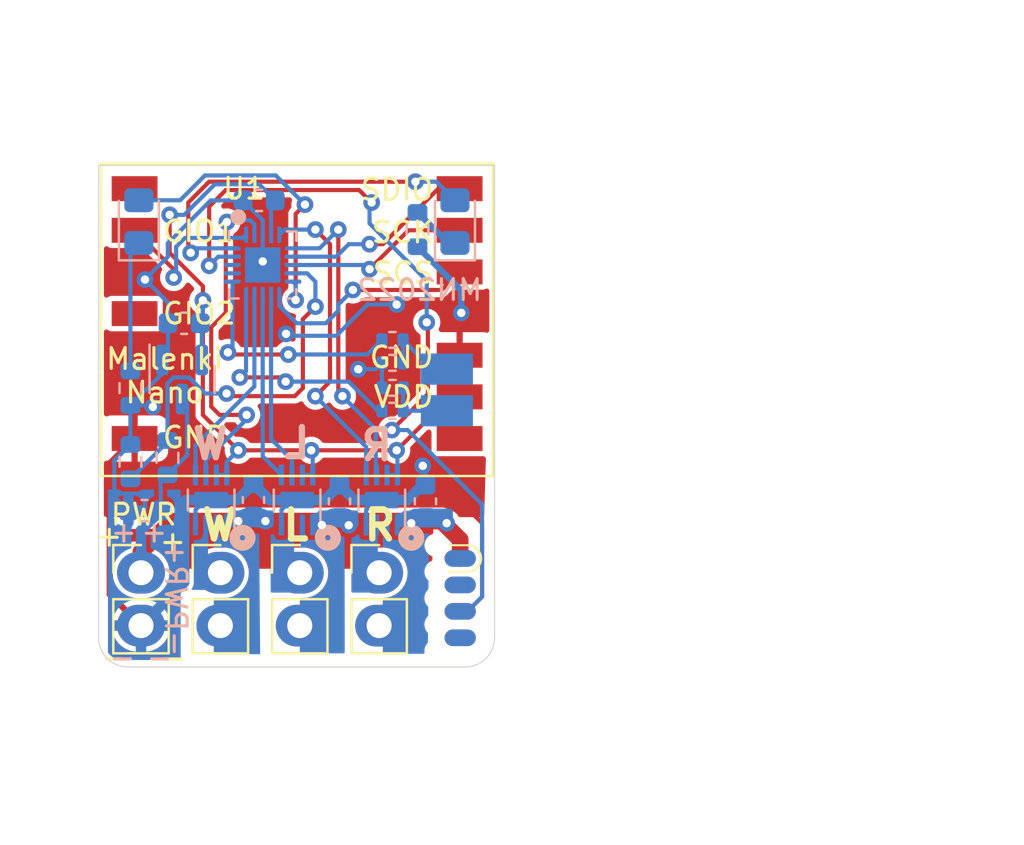
<source format=kicad_pcb>
(kicad_pcb (version 20211014) (generator pcbnew)
  (title_block (title "Malenki-nano2") (date "2019-11-07"))
  (layers (0 "F.Cu" signal) (31 "B.Cu" signal) (34 "B.Paste" user) (35 "F.Paste" user) (36 "B.SilkS" user "B.Silkscreen") (37 "F.SilkS" user "F.Silkscreen") (38 "B.Mask" user) (39 "F.Mask" user) (44 "Edge.Cuts" user))
  (net 0 "")
  (net 1 "GND")
  (net 2 "VBAT")
  (net 3 "BLINKY")
  (net 4 "Net-(D1-Pad1)")
  (net 5 "TXDEBUG")
  (net 6 "Net-(D2-Pad1)")
  (net 7 "UPDI")
  (net 8 "Net-(J5-Pad2)")
  (net 9 "Net-(J5-Pad1)")
  (net 10 "Net-(J6-Pad2)")
  (net 11 "Net-(J6-Pad1)")
  (net 12 "Net-(J7-Pad2)")
  (net 13 "Net-(J7-Pad1)")
  (net 16 "SPI_SCS")
  (net 17 "GIO1")
  (net 18 "SPI_SCK")
  (net 19 "SPI_SDIO")
  (net 20 "MOTOR1R")
  (net 21 "MOTOR2R")
  (net 22 "MOTOR2F")
  (net 25 "MOTOR3F")
  (net 26 "MOTOR3R")
  (net 27 "MOTOR1F")
  (net 28 "WEAPON2")
  (net 30 "VSENSE")
  (net 31 "VLOGIC")
  (net 32 "WEAPON3")
  (net 35 "/W2")
  (net 36 "/W3")
  (footprint "malenki-nano:PinHeader_1x02_P2.54mm_BIG1" (layer "F.Cu") (at 138.43 81.28)
    (fp_text reference "J1" hide)
    (fp_text value "Conn_01x02_Male")
    (pad "1" thru_hole oval locked (at 0 0) (size 2.3 2) (drill 1.2) (layers *.Cu *.Mask) (net 2 "VBAT"))
    (pad "2" thru_hole oval locked (at 0 2.54) (size 2.3 2) (drill 1.2) (layers *.Cu *.Mask) (net 1 "GND"))
  )
  (footprint "malenki-nano:PinHeader_1x02_P2.54mm_BIG1" (layer "F.Cu") (at 142.24 81.28)
    (fp_text reference "J5" hide)
    (fp_text value "Conn_01x02_Male")
    (pad "1" thru_hole oval locked (at 0 0) (size 2.3 2) (drill 1.2) (layers *.Cu *.Mask) (net 9 "Net-(J5-Pad1)"))
    (pad "2" thru_hole oval locked (at 0 2.54) (size 2.3 2) (drill 1.2) (layers *.Cu *.Mask) (net 8 "Net-(J5-Pad2)"))
  )
  (footprint "malenki-nano:PinHeader_1x02_P2.54mm_BIG1" (layer "F.Cu") (at 146.05 81.28)
    (fp_text reference "J6" hide)
    (fp_text value "Conn_01x02_Male")
    (pad "1" thru_hole oval locked (at 0 0) (size 2.3 2) (drill 1.2) (layers *.Cu *.Mask) (net 11 "Net-(J6-Pad1)"))
    (pad "2" thru_hole oval locked (at 0 2.54) (size 2.3 2) (drill 1.2) (layers *.Cu *.Mask) (net 10 "Net-(J6-Pad2)"))
  )
  (footprint "malenki-nano:PinHeader_1x02_P2.54mm_BIG1" (layer "F.Cu") (at 149.86 81.28)
    (fp_text reference "J7" hide)
    (fp_text value "Conn_01x02_Male")
    (pad "1" thru_hole oval locked (at 0 0) (size 2.3 2) (drill 1.2) (layers *.Cu *.Mask) (net 13 "Net-(J7-Pad1)"))
    (pad "2" thru_hole oval locked (at 0 2.54) (size 2.3 2) (drill 1.2) (layers *.Cu *.Mask) (net 12 "Net-(J7-Pad2)"))
  )
  (footprint "malenki-nano:A7105-module" (layer "F.Cu") (at 145.923 68.834 -90)
    (fp_text reference "U1" (at -6 2.55) (layer "F.SilkS"))
    (fp_text value "A7105-MODULE")
    (fp_text user "SCS" (at -1.95 -5.085714) (layer "F.SilkS"))
    (fp_text user "SCK" (at -3.9 -5.061904) (layer "F.SilkS"))
    (fp_text user "GND" (at 5.95 4.914286) (layer "F.SilkS"))
    (fp_text user "GND" (at 2.1 -5.014285) (layer "F.SilkS"))
    (fp_text user "SDIO" (at -5.95 -4.8) (layer "F.SilkS"))
    (fp_text user "GIO2" (at 0 4.7) (layer "F.SilkS"))
    (fp_text user "VDD" (at 4 -5.109523) (layer "F.SilkS"))
    (fp_text user "GIO1" (at -3.95 4.7) (layer "F.SilkS"))
    (pad "1" smd rect locked (at -6 7.8 270) (size 1.2 2.2) (layers "F.Cu" "F.Paste" "F.Mask"))
    (pad "2" smd rect locked (at -4 7.8 270) (size 1.2 2.2) (layers "F.Cu" "F.Paste" "F.Mask") (net 17 "GIO1"))
    (pad "4" smd rect locked (at 0 7.8 270) (size 1.2 2.2) (layers "F.Cu" "F.Paste" "F.Mask"))
    (pad "7" smd rect locked (at 6 7.8 270) (size 1.2 2.2) (layers "F.Cu" "F.Paste" "F.Mask") (net 1 "GND"))
    (pad "8" smd rect locked (at 6 -7.8 270) (size 1.2 2.2) (layers "F.Cu" "F.Paste" "F.Mask"))
    (pad "9" smd rect locked (at 4 -7.8 270) (size 1.2 2.2) (layers "F.Cu" "F.Paste" "F.Mask") (net 31 "VLOGIC"))
    (pad "10" smd rect locked (at 2 -7.8 270) (size 1.2 2.2) (layers "F.Cu" "F.Paste" "F.Mask") (net 1 "GND"))
    (pad "12" smd rect locked (at -2 -7.8 270) (size 1.2 2.2) (layers "F.Cu" "F.Paste" "F.Mask") (net 16 "SPI_SCS"))
    (pad "13" smd rect locked (at -4 -7.8 270) (size 1.2 2.2) (layers "F.Cu" "F.Paste" "F.Mask") (net 18 "SPI_SCK"))
    (pad "14" smd rect locked (at -6 -7.8 270) (size 1.2 2.2) (layers "F.Cu" "F.Paste" "F.Mask") (net 19 "SPI_SDIO"))
  )
  (footprint "malenki-nano:SOIC_clipProgSmall" (layer "F.Cu") (at 154.5 82.5 90)
    (fp_text reference "J2" hide)
    (fp_text value "Conn_01x08_Male" hide)
    (pad "" np_thru_hole circle locked (at 1.27 -1.905 90) (size 0.7 0.7) (drill 0.7) (layers *.Cu *.Mask))
    (pad "" np_thru_hole circle locked (at 2.54 -1.905 90) (size 0.7 0.7) (drill 0.7) (layers *.Cu *.Mask))
    (pad "" np_thru_hole circle locked (at -1.27 -1.905 90) (size 0.7 0.7) (drill 0.7) (layers *.Cu *.Mask))
    (pad "" np_thru_hole circle locked (at 0 -1.905 90) (size 0.7 0.7) (drill 0.7) (layers *.Cu *.Mask))
    (pad "" np_thru_hole circle locked (at -2.54 -1.905 90) (size 0.7 0.7) (drill 0.7) (layers *.Cu *.Mask))
    (pad "1" smd oval locked (at 1.905 -0.75 90) (size 0.8 1.5) (layers "F.Cu" "F.Mask") (net 2 "VBAT"))
    (pad "2" smd oval locked (at 0.635 -0.75 90) (size 0.8 1.5) (layers "F.Cu" "F.Mask"))
    (pad "3" smd oval locked (at -0.635 -0.75 90) (size 0.8 1.5) (layers "F.Cu" "F.Mask") (net 1 "GND"))
    (pad "4" smd oval locked (at -1.905 -0.75 90) (size 0.8 1.5) (layers "F.Cu" "F.Mask"))
    (pad "5" smd oval locked (at -1.905 -0.75 90) (size 0.8 1.5) (layers "B.Cu" "B.Mask"))
    (pad "6" smd oval locked (at -0.635 -0.75 90) (size 0.8 1.5) (layers "B.Cu" "B.Mask") (net 7 "UPDI"))
    (pad "7" smd oval locked (at 0.635 -0.75 90) (size 0.8 1.5) (layers "B.Cu" "B.Mask"))
    (pad "8" smd oval locked (at 1.905 -0.75 90) (size 0.8 1.5) (layers "B.Cu" "B.Mask"))
  )
  (footprint "Capacitor_SMD:C_0603_1608Metric" (layer "B.Cu") (at 138.6 78.2955 180)
    (fp_text reference "C2" hide)
    (fp_text value "10uF")
    (pad "1" smd roundrect locked (at -0.775 0 180) (size 0.9 0.95) (layers "B.Cu" "B.Paste" "B.Mask") (net 2 "VBAT"))
    (pad "2" smd roundrect locked (at 0.775 0 180) (size 0.9 0.95) (layers "B.Cu" "B.Paste" "B.Mask") (net 1 "GND"))
  )
  (footprint "Capacitor_SMD:C_0603_1608Metric" (layer "B.Cu") (at 144.1 63.4 180)
    (fp_text reference "C4" hide)
    (fp_text value "0.1uF")
    (pad "1" smd roundrect locked (at -0.775 0 180) (size 0.9 0.95) (layers "B.Cu" "B.Paste" "B.Mask") (net 31 "VLOGIC"))
    (pad "2" smd roundrect locked (at 0.775 0 180) (size 0.9 0.95) (layers "B.Cu" "B.Paste" "B.Mask") (net 1 "GND"))
  )
  (footprint "Capacitor_SMD:C_0603_1608Metric" (layer "B.Cu") (at 143.8275 77.7875 90)
    (fp_text reference "C5" hide)
    (fp_text value "10uF")
    (pad "1" smd roundrect locked (at -0.775 0 90) (size 0.9 0.95) (layers "B.Cu" "B.Paste" "B.Mask") (net 2 "VBAT"))
    (pad "2" smd roundrect locked (at 0.775 0 90) (size 0.9 0.95) (layers "B.Cu" "B.Paste" "B.Mask") (net 1 "GND"))
  )
  (footprint "LED_SMD:LED_0805_2012Metric_Pad1.15x1.40mm_HandSolder" (layer "B.Cu") (at 138.327 64.417 90)
    (fp_text reference "D1" hide)
    (fp_text value "LED Blue")
    (pad "1" smd roundrect locked (at -1.025 0 90) (size 1.15 1.4) (layers "B.Cu" "B.Paste" "B.Mask") (roundrect_rratio 0.217391) (net 4 "Net-(D1-Pad1)"))
    (pad "2" smd roundrect locked (at 1.025 0 90) (size 1.15 1.4) (layers "B.Cu" "B.Paste" "B.Mask") (roundrect_rratio 0.217391) (net 3 "BLINKY"))
  )
  (footprint "LED_SMD:LED_0805_2012Metric_Pad1.15x1.40mm_HandSolder" (layer "B.Cu") (at 153.5 64.417 90)
    (fp_text reference "D2" hide)
    (fp_text value "LED Red")
    (pad "1" smd roundrect locked (at -1.025 0 90) (size 1.15 1.4) (layers "B.Cu" "B.Paste" "B.Mask") (roundrect_rratio 0.217391) (net 6 "Net-(D2-Pad1)"))
    (pad "2" smd roundrect locked (at 1.025 0 90) (size 1.15 1.4) (layers "B.Cu" "B.Paste" "B.Mask") (roundrect_rratio 0.217391) (net 5 "TXDEBUG"))
  )
  (footprint "Resistor_SMD:R_0603_1608Metric" (layer "B.Cu") (at 137.922 72.4155 -90)
    (fp_text reference "R1" hide)
    (fp_text value "220R")
    (pad "1" smd roundrect locked (at -0.825 0 270) (size 0.8 0.95) (layers "B.Cu" "B.Paste" "B.Mask") (net 4 "Net-(D1-Pad1)"))
    (pad "2" smd roundrect locked (at 0.825 0 270) (size 0.8 0.95) (layers "B.Cu" "B.Paste" "B.Mask") (net 1 "GND"))
  )
  (footprint "Resistor_SMD:R_0603_1608Metric" (layer "B.Cu") (at 151.7 64.8 -90)
    (fp_text reference "R2" hide)
    (fp_text value "220R")
    (pad "1" smd roundrect locked (at -0.825 0 270) (size 0.8 0.95) (layers "B.Cu" "B.Paste" "B.Mask") (net 6 "Net-(D2-Pad1)"))
    (pad "2" smd roundrect locked (at 0.825 0 270) (size 0.8 0.95) (layers "B.Cu" "B.Paste" "B.Mask") (net 1 "GND"))
  )
  (footprint "Package_TO_SOT_SMD:SOT-23" (layer "B.Cu") (at 140.4 72 -90)
    (fp_text reference "U2" hide)
    (fp_text value "AIC1734-33GUTR")
    (pad "1" smd roundrect locked (at -0.9375 0.95 270) (size 1.475 0.6) (layers "B.Cu" "B.Paste" "B.Mask") (net 1 "GND"))
    (pad "2" smd roundrect locked (at -0.9375 -0.95 270) (size 1.475 0.6) (layers "B.Cu" "B.Paste" "B.Mask") (net 31 "VLOGIC"))
    (pad "3" smd roundrect locked (at 0.9375 0 270) (size 1.475 0.6) (layers "B.Cu" "B.Paste" "B.Mask") (net 2 "VBAT"))
  )
  (footprint "Capacitor_SMD:C_0603_1608Metric" (layer "B.Cu") (at 140.5 69.3 180)
    (fp_text reference "C3" hide)
    (fp_text value "10uF")
    (pad "1" smd roundrect locked (at -0.775 0 180) (size 0.9 0.95) (layers "B.Cu" "B.Paste" "B.Mask") (net 31 "VLOGIC"))
    (pad "2" smd roundrect locked (at 0.775 0 180) (size 0.9 0.95) (layers "B.Cu" "B.Paste" "B.Mask") (net 1 "GND"))
  )
  (footprint "Package_DFN_QFN:VQFN-20-1EP_3x3mm_P0.4mm_EP1.7x1.7mm" (layer "B.Cu") (at 144.272 66.5 -90)
    (fp_text reference "U3" hide)
    (fp_text value "ATtiny1616-M")
    (pad "1" smd custom locked (at -1.45 0.8 270) (size 0.143431 0.143431) (layers "B.Cu" "B.Paste" "B.Mask") (net 17 "GIO1") (options (clearance outline) (anchor circle)) (primitives (gr_poly (pts (xy 0.35 -0.000711) (xy 0.35 -0.05) (xy -0.35 -0.05) (xy -0.35 0.05) (xy 0.299289 0.05)) (width 0.1) (fill yes))))
    (pad "2" smd roundrect locked (at -1.45 0.4 270) (size 0.8 0.2) (layers "B.Cu" "B.Paste" "B.Mask") (net 27 "MOTOR1F"))
    (pad "3" smd roundrect locked (at -1.45 0 270) (size 0.8 0.2) (layers "B.Cu" "B.Paste" "B.Mask") (net 1 "GND"))
    (pad "4" smd roundrect locked (at -1.45 -0.4 270) (size 0.8 0.2) (layers "B.Cu" "B.Paste" "B.Mask") (net 31 "VLOGIC"))
    (pad "5" smd custom locked (at -1.45 -0.8 270) (size 0.143431 0.143431) (layers "B.Cu" "B.Paste" "B.Mask") (net 26 "MOTOR3R") (options (clearance outline) (anchor circle)) (primitives (gr_poly (pts (xy 0.35 0.000711) (xy 0.299289 -0.05) (xy -0.35 -0.05) (xy -0.35 0.05) (xy 0.35 0.05)) (width 0.1) (fill yes))))
    (pad "6" smd custom locked (at -0.8 -1.45 270) (size 0.143431 0.143431) (layers "B.Cu" "B.Paste" "B.Mask") (net 25 "MOTOR3F") (options (clearance outline) (anchor circle)) (primitives (gr_poly (pts (xy 0.05 -0.35) (xy -0.05 -0.35) (xy -0.05 0.299289) (xy 0.000711 0.35) (xy 0.05 0.35)) (width 0.1) (fill yes))))
    (pad "7" smd roundrect locked (at -0.4 -1.45 270) (size 0.2 0.8) (layers "B.Cu" "B.Paste" "B.Mask") (net 19 "SPI_SDIO"))
    (pad "8" smd roundrect locked (at 0 -1.45 270) (size 0.2 0.8) (layers "B.Cu" "B.Paste" "B.Mask") (net 18 "SPI_SCK"))
    (pad "9" smd roundrect locked (at 0.4 -1.45 270) (size 0.2 0.8) (layers "B.Cu" "B.Paste" "B.Mask") (net 30 "VSENSE"))
    (pad "10" smd custom locked (at 0.8 -1.45 270) (size 0.143431 0.143431) (layers "B.Cu" "B.Paste" "B.Mask") (net 3 "BLINKY") (options (clearance outline) (anchor circle)) (primitives (gr_poly (pts (xy 0.05 0.299289) (xy 0.05 -0.35) (xy -0.05 -0.35) (xy -0.05 0.35) (xy -0.000711 0.35)) (width 0.1) (fill yes))))
    (pad "11" smd custom locked (at 1.45 -0.8 270) (size 0.143431 0.143431) (layers "B.Cu" "B.Paste" "B.Mask") (net 16 "SPI_SCS") (options (clearance outline) (anchor circle)) (primitives (gr_poly (pts (xy 0.35 -0.05) (xy -0.299289 -0.05) (xy -0.35 0.000711) (xy -0.35 0.05) (xy 0.35 0.05)) (width 0.1) (fill yes))))
    (pad "12" smd roundrect locked (at 1.45 -0.4 270) (size 0.8 0.2) (layers "B.Cu" "B.Paste" "B.Mask") (net 22 "MOTOR2F"))
    (pad "13" smd roundrect locked (at 1.45 0 270) (size 0.8 0.2) (layers "B.Cu" "B.Paste" "B.Mask") (net 21 "MOTOR2R"))
    (pad "14" smd roundrect locked (at 1.45 0.4 270) (size 0.8 0.2) (layers "B.Cu" "B.Paste" "B.Mask") (net 20 "MOTOR1R"))
    (pad "15" smd custom locked (at 1.45 0.8 270) (size 0.143431 0.143431) (layers "B.Cu" "B.Paste" "B.Mask") (net 35 "/W2") (options (clearance outline) (anchor circle)) (primitives (gr_poly (pts (xy 0.35 -0.05) (xy -0.35 -0.05) (xy -0.35 -0.000711) (xy -0.299289 0.05) (xy 0.35 0.05)) (width 0.1) (fill yes))))
    (pad "16" smd custom locked (at 0.8 1.45 270) (size 0.143431 0.143431) (layers "B.Cu" "B.Paste" "B.Mask") (net 36 "/W3") (options (clearance outline) (anchor circle)) (primitives (gr_poly (pts (xy 0.05 -0.299289) (xy -0.000711 -0.35) (xy -0.05 -0.35) (xy -0.05 0.35) (xy 0.05 0.35)) (width 0.1) (fill yes))))
    (pad "17" smd roundrect locked (at 0.4 1.45 270) (size 0.2 0.8) (layers "B.Cu" "B.Paste" "B.Mask"))
    (pad "18" smd roundrect locked (at 0 1.45 270) (size 0.2 0.8) (layers "B.Cu" "B.Paste" "B.Mask"))
    (pad "19" smd roundrect locked (at -0.4 1.45 270) (size 0.2 0.8) (layers "B.Cu" "B.Paste" "B.Mask") (net 7 "UPDI"))
    (pad "20" smd custom locked (at -0.8 1.45 270) (size 0.143431 0.143431) (layers "B.Cu" "B.Paste" "B.Mask") (net 5 "TXDEBUG") (options (clearance outline) (anchor circle)) (primitives (gr_poly (pts (xy 0.05 -0.35) (xy 0.000711 -0.35) (xy -0.05 -0.299289) (xy -0.05 0.35) (xy 0.05 0.35)) (width 0.1) (fill yes))))
    (pad "21" smd rect locked (at 0 0 270) (size 1.7 1.7) (layers "B.Cu" "B.Mask") (net 1 "GND"))
  )
  (footprint "malenki-nano:wirepad_2" (layer "B.Cu") (at 153.111323 72.501 -90)
    (fp_text reference "J3" hide)
    (fp_text value "Conn_01x02")
    (pad "1" smd rect locked (at -1 0 270) (size 1.5 2.5) (layers "B.Cu" "B.Mask") (net 32 "WEAPON3"))
    (pad "2" smd rect locked (at 1 0 270) (size 1.5 2.5) (layers "B.Cu" "B.Mask") (net 28 "WEAPON2"))
  )
  (footprint "Resistor_SMD:R_0603_1608Metric" (layer "B.Cu") (at 137.922 75.946 90)
    (fp_text reference "R4" hide)
    (fp_text value "10k")
    (pad "1" smd roundrect locked (at -0.825 0 90) (size 0.8 0.95) (layers "B.Cu" "B.Paste" "B.Mask") (net 30 "VSENSE"))
    (pad "2" smd roundrect locked (at 0.825 0 90) (size 0.8 0.95) (layers "B.Cu" "B.Paste" "B.Mask") (net 1 "GND"))
  )
  (footprint "Resistor_SMD:R_0603_1608Metric" (layer "B.Cu") (at 139.7 75.7555 90)
    (fp_text reference "R3" hide)
    (fp_text value "33k")
    (pad "1" smd roundrect locked (at -0.825 0 90) (size 0.8 0.95) (layers "B.Cu" "B.Paste" "B.Mask") (net 2 "VBAT"))
    (pad "2" smd roundrect locked (at 0.825 0 90) (size 0.8 0.95) (layers "B.Cu" "B.Paste" "B.Mask") (net 30 "VSENSE"))
  )
  (footprint "Capacitor_SMD:C_0603_1608Metric" (layer "B.Cu") (at 147.955 77.851 90)
    (fp_text reference "C6" hide)
    (fp_text value "10uF")
    (pad "1" smd roundrect locked (at -0.775 0 90) (size 0.9 0.95) (layers "B.Cu" "B.Paste" "B.Mask") (net 2 "VBAT"))
    (pad "2" smd roundrect locked (at 0.775 0 90) (size 0.9 0.95) (layers "B.Cu" "B.Paste" "B.Mask") (net 1 "GND"))
  )
  (footprint "Capacitor_SMD:C_0603_1608Metric" (layer "B.Cu") (at 152.0825 77.851 90)
    (fp_text reference "C7" hide)
    (fp_text value "10uF")
    (pad "1" smd roundrect locked (at -0.775 0 90) (size 0.9 0.95) (layers "B.Cu" "B.Paste" "B.Mask") (net 2 "VBAT"))
    (pad "2" smd roundrect locked (at 0.775 0 90) (size 0.9 0.95) (layers "B.Cu" "B.Paste" "B.Mask") (net 1 "GND"))
  )
  (footprint "malenki-nano:WSON-8-1EP_2x2mm_P0.5mm_HAND1" (layer "B.Cu") (at 141.7955 77.7875 90)
    (fp_text reference "U5" hide)
    (fp_text value "DRV8837DSGR")
    (pad "1" smd rect locked (at -1.2 0.75 90) (size 1 0.25) (layers "B.Cu" "B.Paste" "B.Mask") (net 2 "VBAT"))
    (pad "2" smd rect locked (at -1.2 0.25 90) (size 1 0.25) (layers "B.Cu" "B.Paste" "B.Mask") (net 8 "Net-(J5-Pad2)"))
    (pad "3" smd rect locked (at -1.2 -0.25 90) (size 1 0.25) (layers "B.Cu" "B.Paste" "B.Mask") (net 9 "Net-(J5-Pad1)"))
    (pad "4" smd rect locked (at -1.2 -0.75 90) (size 1 0.25) (layers "B.Cu" "B.Paste" "B.Mask") (net 1 "GND"))
    (pad "5" smd rect locked (at 1.2 -0.75 90) (size 1 0.25) (layers "B.Cu" "B.Paste" "B.Mask") (net 20 "MOTOR1R"))
    (pad "6" smd rect locked (at 1.2 -0.25 90) (size 1 0.25) (layers "B.Cu" "B.Paste" "B.Mask") (net 27 "MOTOR1F"))
    (pad "7" smd rect locked (at 1.2 0.25 90) (size 1 0.25) (layers "B.Cu" "B.Paste" "B.Mask") (net 31 "VLOGIC"))
    (pad "8" smd rect locked (at 1.2 0.75 90) (size 1 0.25) (layers "B.Cu" "B.Paste" "B.Mask") (net 31 "VLOGIC"))
    (pad "9" smd rect locked (at 0 0 90) (size 0.8 1.6) (layers "B.Cu" "B.Mask") (net 1 "GND"))
  )
  (footprint "malenki-nano:WSON-8-1EP_2x2mm_P0.5mm_HAND1" (layer "B.Cu") (at 145.923 77.7875 90)
    (fp_text reference "U6" hide)
    (fp_text value "DRV8837DSGR")
    (pad "1" smd rect locked (at -1.2 0.75 90) (size 1 0.25) (layers "B.Cu" "B.Paste" "B.Mask") (net 2 "VBAT"))
    (pad "2" smd rect locked (at -1.2 0.25 90) (size 1 0.25) (layers "B.Cu" "B.Paste" "B.Mask") (net 10 "Net-(J6-Pad2)"))
    (pad "3" smd rect locked (at -1.2 -0.25 90) (size 1 0.25) (layers "B.Cu" "B.Paste" "B.Mask") (net 11 "Net-(J6-Pad1)"))
    (pad "4" smd rect locked (at -1.2 -0.75 90) (size 1 0.25) (layers "B.Cu" "B.Paste" "B.Mask") (net 1 "GND"))
    (pad "5" smd rect locked (at 1.2 -0.75 90) (size 1 0.25) (layers "B.Cu" "B.Paste" "B.Mask") (net 21 "MOTOR2R"))
    (pad "6" smd rect locked (at 1.2 -0.25 90) (size 1 0.25) (layers "B.Cu" "B.Paste" "B.Mask") (net 22 "MOTOR2F"))
    (pad "7" smd rect locked (at 1.2 0.25 90) (size 1 0.25) (layers "B.Cu" "B.Paste" "B.Mask") (net 31 "VLOGIC"))
    (pad "8" smd rect locked (at 1.2 0.75 90) (size 1 0.25) (layers "B.Cu" "B.Paste" "B.Mask") (net 31 "VLOGIC"))
    (pad "9" smd rect locked (at 0 0 90) (size 0.8 1.6) (layers "B.Cu" "B.Mask") (net 1 "GND"))
  )
  (footprint "malenki-nano:WSON-8-1EP_2x2mm_P0.5mm_HAND1" (layer "B.Cu") (at 149.987 77.7875 90)
    (fp_text reference "U7" hide)
    (fp_text value "DRV8837DSGR")
    (pad "1" smd rect locked (at -1.2 0.75 90) (size 1 0.25) (layers "B.Cu" "B.Paste" "B.Mask") (net 2 "VBAT"))
    (pad "2" smd rect locked (at -1.2 0.25 90) (size 1 0.25) (layers "B.Cu" "B.Paste" "B.Mask") (net 12 "Net-(J7-Pad2)"))
    (pad "3" smd rect locked (at -1.2 -0.25 90) (size 1 0.25) (layers "B.Cu" "B.Paste" "B.Mask") (net 13 "Net-(J7-Pad1)"))
    (pad "4" smd rect locked (at -1.2 -0.75 90) (size 1 0.25) (layers "B.Cu" "B.Paste" "B.Mask") (net 1 "GND"))
    (pad "5" smd rect locked (at 1.2 -0.75 90) (size 1 0.25) (layers "B.Cu" "B.Paste" "B.Mask") (net 26 "MOTOR3R"))
    (pad "6" smd rect locked (at 1.2 -0.25 90) (size 1 0.25) (layers "B.Cu" "B.Paste" "B.Mask") (net 25 "MOTOR3F"))
    (pad "7" smd rect locked (at 1.2 0.25 90) (size 1 0.25) (layers "B.Cu" "B.Paste" "B.Mask") (net 31 "VLOGIC"))
    (pad "8" smd rect locked (at 1.2 0.75 90) (size 1 0.25) (layers "B.Cu" "B.Paste" "B.Mask") (net 31 "VLOGIC"))
    (pad "9" smd rect locked (at 0 0 90) (size 0.8 1.6) (layers "B.Cu" "B.Mask") (net 1 "GND"))
  )
  (footprint "Resistor_SMD:R_0402_1005Metric" (layer "B.Cu") (at 150.5 70.1 180)
    (fp_text reference "R6" hide)
    (fp_text value "470R")
    (pad "1" smd roundrect (at -0.51 0 180) (size 0.54 0.64) (layers "B.Cu" "B.Paste" "B.Mask") (net 32 "WEAPON3"))
    (pad "2" smd roundrect (at 0.51 0 180) (size 0.54 0.64) (layers "B.Cu" "B.Paste" "B.Mask") (net 36 "/W3"))
  )
  (footprint "Resistor_SMD:R_0402_1005Metric" (layer "B.Cu") (at 150.5 72.4)
    (fp_text reference "R7" hide)
    (fp_text value "10k")
    (pad "1" smd roundrect (at -0.51 0) (size 0.54 0.64) (layers "B.Cu" "B.Paste" "B.Mask") (net 1 "GND"))
    (pad "2" smd roundrect (at 0.51 0) (size 0.54 0.64) (layers "B.Cu" "B.Paste" "B.Mask") (net 28 "WEAPON2"))
  )
  (footprint "Resistor_SMD:R_0402_1005Metric" (layer "B.Cu") (at 150.5 73.5 180)
    (fp_text reference "R5" hide)
    (fp_text value "470R")
    (pad "1" smd roundrect (at -0.51 0 180) (size 0.54 0.64) (layers "B.Cu" "B.Paste" "B.Mask") (net 28 "WEAPON2"))
    (pad "2" smd roundrect (at 0.51 0 180) (size 0.54 0.64) (layers "B.Cu" "B.Paste" "B.Mask") (net 35 "/W2"))
  )
  (footprint "Resistor_SMD:R_0402_1005Metric" (layer "B.Cu") (at 150.5 71.2)
    (fp_text reference "R8" hide)
    (fp_text value "10k")
    (pad "1" smd roundrect (at -0.51 0) (size 0.54 0.64) (layers "B.Cu" "B.Paste" "B.Mask") (net 1 "GND"))
    (pad "2" smd roundrect (at 0.51 0) (size 0.54 0.64) (layers "B.Cu" "B.Paste" "B.Mask") (net 32 "WEAPON3"))
  )
  (gr_circle (center 143.1 64.2) (end 143.227 64.2) (layer "B.SilkS") (width 0.5) (fill solid))
  (gr_circle (center 147.4 79.6) (end 147.527 79.6) (layer "B.SilkS") (width 0.5) (fill none))
  (gr_circle (center 151.4 79.6) (end 151.527 79.6) (layer "B.SilkS") (width 0.5) (fill none))
  (gr_circle (center 143.3 79.6) (end 143.427 79.6) (layer "B.SilkS") (width 0.5) (fill none))
  (gr_line (start 155.4 61.722) (end 136.398 61.722) (layer "Edge.Cuts") (width 0.05))
  (gr_line (start 155.4 84.4) (end 155.4 61.722) (layer "Edge.Cuts") (width 0.05))
  (gr_arc (start 137.8 85.804835) (mid 136.804162 85.390893) (end 136.395182 84.393006) (layer "Edge.Cuts") (width 0.05))
  (gr_line (start 137.8 85.804835) (end 153.988171 85.804818) (layer "Edge.Cuts") (width 0.05))
  (gr_arc (start 155.4 84.4) (mid 154.986058 85.395838) (end 153.988171 85.804818) (layer "Edge.Cuts") (width 0.05))
  (gr_line (start 136.398 61.722) (end 136.395182 84.393006) (layer "Edge.Cuts") (width 0.05))
  (gr_text "MN2022" (at 154.9 67.7) (layer "B.SilkS") (effects (font (size 1 1)) (justify left mirror)))
  (gr_text "+" (at 137.6045 79.3115) (layer "B.SilkS") (effects (font (size 1 1)) (justify mirror)))
  (gr_text "-" (at 137.541 85.344) (layer "B.SilkS") (effects (font (size 1 1)) (justify mirror)))
  (gr_text "-" (at 139.319 85.344) (layer "B.SilkS") (effects (font (size 1 1)) (justify mirror)))
  (gr_text "+" (at 139.065 79.3115) (layer "B.SilkS") (effects (font (size 1 1)) (justify mirror)))
  (gr_text "-PWR+" (at 140.1 82.5 270) (layer "B.SilkS") (effects (font (size 1 1)) (justify mirror)))
  (gr_text "L" (at 146.683333 75.05) (layer "B.SilkS") (effects (font (size 1.4 1.4) (thickness 0.3)) (justify left mirror)))
  (gr_text "R" (at 150.65 75.15) (layer "B.SilkS") (effects (font (size 1.4 1.4) (thickness 0.3)) (justify left mirror)))
  (gr_text "W" (at 142.75 75.1) (layer "B.SilkS") (effects (font (size 1.4 1.4) (thickness 0.3)) (justify left mirror)))
  (gr_text "+" (at 139.954 79.756) (layer "F.SilkS") (effects (font (size 1 1))))
  (gr_text "-" (at 139.954 85.344) (layer "F.SilkS") (effects (font (size 1 1))))
  (gr_text "L" (at 145.1 79) (layer "F.SilkS") (effects (font (size 1.4 1.4) (thickness 0.3)) (justify left)))
  (gr_text "PWR" (at 138.557 78.486) (layer "F.SilkS") (effects (font (size 1 1))))
  (gr_text "-" (at 137.16 85.344) (layer "F.SilkS") (effects (font (size 1 1))))
  (gr_text "+" (at 136.906 79.502) (layer "F.SilkS") (effects (font (size 1 1))))
  (gr_text "R" (at 149 79) (layer "F.SilkS") (effects (font (size 1.4 1.4) (thickness 0.3)) (justify left)))
  (gr_text "Malenki\nNano" (at 139.573 71.8185) (layer "F.SilkS") (effects (font (size 1 1))))
  (gr_text "W" (at 141.2 79) (layer "F.SilkS") (effects (font (size 1.4 1.4) (thickness 0.3)) (justify left)))
  (segment (start 138.43 83.82) (end 136.93048 82.32048) (width 0.3) (layer "F.Cu") (net 1))
  (segment (start 154.1 83.135) (end 154.8 82.435) (width 0.2) (layer "F.Cu") (net 1))
  (segment (start 154.8 82.435) (end 154.8 78.9) (width 0.2) (layer "F.Cu") (net 1))
  (segment (start 136.93048 82.32048) (end 136.93048 76.02652) (width 0.3) (layer "F.Cu") (net 1))
  (segment (start 152 76.1) (end 151.955378 76.144622) (width 0.2) (layer "F.Cu") (net 1))
  (segment (start 136.93048 76.02652) (end 138.123 74.834) (width 0.3) (layer "F.Cu") (net 1))
  (segment (start 154.8 78.9) (end 152 76.1) (width 0.2) (layer "F.Cu") (net 1))
  (segment (start 153.75 83.135) (end 154.1 83.135) (width 0.2) (layer "F.Cu") (net 1))
  (via (at 144.272 66.328) (size 0.8) (drill 0.4) (layers "F.Cu" "B.Cu") (net 1))
  (via (at 145.389623 69.806611) (size 0.8) (drill 0.4) (layers "F.Cu" "B.Cu") (net 1))
  (via (at 151.955378 76.144622) (size 0.8) (drill 0.4) (layers "F.Cu" "B.Cu") (net 1))
  (via (at 139.0005 73.311862) (size 0.8) (drill 0.4) (layers "F.Cu" "B.Cu") (net 1))
  (via (at 138.6215 67.2) (size 0.8) (drill 0.4) (layers "F.Cu" "B.Cu") (net 1))
  (via (at 150.7 68.4) (size 0.8) (drill 0.4) (layers "F.Cu" "B.Cu") (net 1))
  (via (at 153.8 68.8) (size 0.8) (drill 0.4) (layers "F.Cu" "B.Cu") (net 1))
  (via (at 148.858595 71.505493) (size 0.8) (drill 0.4) (layers "F.Cu" "B.Cu") (net 1))
  (segment (start 145.173 78.9875) (end 145.173 78.263478) (width 0.2) (layer "B.Cu") (net 1))
  (segment (start 139.725 69.3) (end 139.725 68.3035) (width 0.2) (layer "B.Cu") (net 1))
  (segment (start 138.929138 73.2405) (end 139.0005 73.311862) (width 0.2) (layer "B.Cu") (net 1))
  (segment (start 152.0825 77.076) (end 151.924 77.076) (width 0.5) (layer "B.Cu") (net 1))
  (segment (start 149.99 72.4) (end 149.99 71.2) (width 0.2) (layer "B.Cu") (net 1))
  (segment (start 152.0825 77.076) (end 152.0825 76.271744) (width 0.2) (layer "B.Cu") (net 1))
  (segment (start 144.272 64.347) (end 143.325 63.4) (width 0.2) (layer "B.Cu") (net 1))
  (segment (start 143.8275 77.0125) (end 144.6025 77.7875) (width 0.5) (layer "B.Cu") (net 1))
  (segment (start 140.5875 77.7875) (end 141.7955 77.7875) (width 0.5) (layer "B.Cu") (net 1))
  (segment (start 151.2 77.8) (end 151.1875 77.7875) (width 0.5) (layer "B.Cu") (net 1))
  (segment (start 145.648978 77.7875) (end 145.923 77.7875) (width 0.2) (layer "B.Cu") (net 1))
  (segment (start 138.6215 67.2) (end 139.715827 66.105673) (width 0.2) (layer "B.Cu") (net 1))
  (segment (start 147.955 77.076) (end 148.6665 77.7875) (width 0.5) (layer "B.Cu") (net 1))
  (segment (start 149.684507 71.505493) (end 149.99 71.2) (width 0.2) (layer "B.Cu") (net 1))
  (segment (start 147.8 69.9) (end 145.483012 69.9) (width 0.2) (layer "B.Cu") (net 1))
  (segment (start 137.14748 77.61798) (end 137.825 78.2955) (width 0.2) (layer "B.Cu") (net 1))
  (segment (start 141.0455 78.9875) (end 141.0455 78.263478) (width 0.2) (layer "B.Cu") (net 1))
  (segment (start 137.14748 75.89552) (end 137.14748 77.61798) (width 0.2) (layer "B.Cu") (net 1))
  (segment (start 141.7955 77.7875) (end 143.0525 77.7875) (width 0.5) (layer "B.Cu") (net 1))
  (segment (start 149.3 68.4) (end 147.8 69.9) (width 0.2) (layer "B.Cu") (net 1))
  (segment (start 145.483012 69.9) (end 145.389623 69.806611) (width 0.2) (layer "B.Cu") (net 1))
  (segment (start 141.774951 63.4) (end 143.325 63.4) (width 0.2) (layer "B.Cu") (net 1))
  (segment (start 137.922 73.2405) (end 138.929138 73.2405) (width 0.2) (layer "B.Cu") (net 1))
  (segment (start 145.923 77.7875) (end 147.2435 77.7875) (width 0.5) (layer "B.Cu") (net 1))
  (segment (start 137.922 75.121) (end 137.922 73.2405) (width 0.2) (layer "B.Cu") (net 1))
  (segment (start 151.7 65.625) (end 153.8 67.725) (width 0.3) (layer "B.Cu") (net 1))
  (segment (start 141.0455 78.263478) (end 141.521478 77.7875) (width 0.2) (layer "B.Cu") (net 1))
  (segment (start 144.272 65.05) (end 144.272 66.328) (width 0.2) (layer "B.Cu") (net 1))
  (segment (start 139.715827 65.459124) (end 141.774951 63.4) (width 0.2) (layer "B.Cu") (net 1))
  (segment (start 144.272 66.328) (end 144.272 66.5) (width 0.2) (layer "B.Cu") (net 1))
  (segment (start 151.1875 77.7875) (end 149.987 77.7875) (width 0.5) (layer "B.Cu") (net 1))
  (segment (start 144.6025 77.7875) (end 145.923 77.7875) (width 0.5) (layer "B.Cu") (net 1))
  (segment (start 139.45 71.0625) (end 139.45 71.7125) (width 0.2) (layer "B.Cu") (net 1))
  (segment (start 149.237 78.263478) (end 149.712978 77.7875) (width 0.2) (layer "B.Cu") (net 1))
  (segment (start 147.2435 77.7875) (end 147.955 77.076) (width 0.5) (layer "B.Cu") (net 1))
  (segment (start 145.173 78.263478) (end 145.648978 77.7875) (width 0.2) (layer "B.Cu") (net 1))
  (segment (start 139.715827 66.105673) (end 139.715827 65.459124) (width 0.2) (layer "B.Cu") (net 1))
  (segment (start 143.0525 77.7875) (end 143.8275 77.0125) (width 0.5) (layer "B.Cu") (net 1))
  (segment (start 139.45 71.7125) (end 137.922 73.2405) (width 0.2) (layer "B.Cu") (net 1))
  (segment (start 153.8 67.725) (end 153.8 68.8) (width 0.3) (layer "B.Cu") (net 1))
  (segment (start 140.5 81.75) (end 140.5 77.875) (width 0.5) (layer "B.Cu") (net 1))
  (segment (start 139.725 68.3035) (end 138.6215 67.2) (width 0.2) (layer "B.Cu") (net 1))
  (segment (start 144.272 65.05) (end 144.272 64.347) (width 0.2) (layer "B.Cu") (net 1))
  (segment (start 149.712978 77.7875) (end 149.987 77.7875) (width 0.2) (layer "B.Cu") (net 1))
  (segment (start 148.858595 71.505493) (end 149.684507 71.505493) (width 0.2) (layer "B.Cu") (net 1))
  (segment (start 141.521478 77.7875) (end 141.7955 77.7875) (width 0.2) (layer "B.Cu") (net 1))
  (segment (start 139.45 71.0625) (end 139.725 70.7875) (width 0.2) (layer "B.Cu") (net 1))
  (segment (start 149.237 78.9875) (end 149.237 78.263478) (width 0.2) (layer "B.Cu") (net 1))
  (segment (start 150.7 68.4) (end 149.3 68.4) (width 0.2) (layer "B.Cu") (net 1))
  (segment (start 152.0825 76.271744) (end 151.955378 76.144622) (width 0.2) (layer "B.Cu") (net 1))
  (segment (start 140.5 77.875) (end 140.5875 77.7875) (width 0.5) (layer "B.Cu") (net 1))
  (segment (start 139.725 70.7875) (end 139.725 69.3) (width 0.2) (layer "B.Cu") (net 1))
  (segment (start 138.43 83.82) (end 140.5 81.75) (width 0.5) (layer "B.Cu") (net 1))
  (segment (start 151.924 77.076) (end 151.2 77.8) (width 0.5) (layer "B.Cu") (net 1))
  (segment (start 137.922 75.121) (end 137.14748 75.89552) (width 0.2) (layer "B.Cu") (net 1))
  (segment (start 148.6665 77.7875) (end 149.987 77.7875) (width 0.5) (layer "B.Cu") (net 1))
  (segment (start 138.43 80.27) (end 139.9 78.8) (width 0.8) (layer "F.Cu") (net 2))
  (segment (start 138.43 81.28) (end 138.43 80.27) (width 0.8) (layer "F.Cu") (net 2))
  (segment (start 144.4 78.8) (end 152.855 78.8) (width 0.8) (layer "F.Cu") (net 2))
  (segment (start 143.1 78.8) (end 144.4 78.8) (width 0.8) (layer "F.Cu") (net 2))
  (segment (start 139.9 78.8) (end 143.1 78.8) (width 0.8) (layer "F.Cu") (net 2))
  (segment (start 152.855 78.8) (end 153.75 79.695) (width 0.8) (layer "F.Cu") (net 2))
  (segment (start 153.75 79.695) (end 153.75 80.595) (width 0.8) (layer "F.Cu") (net 2))
  (via (at 143.1 78.8) (size 0.8) (drill 0.4) (layers "F.Cu" "B.Cu") (net 2))
  (via (at 144.4 78.8) (size 0.8) (drill 0.4) (layers "F.Cu" "B.Cu") (net 2))
  (via (at 153.1 78.9) (size 0.8) (drill 0.4) (layers "F.Cu" "B.Cu") (net 2))
  (via (at 147.1125 78.9875) (size 0.8) (drill 0.4) (layers "F.Cu" "B.Cu") (net 2))
  (via (at 151.4 78.9) (size 0.8) (drill 0.4) (layers "F.Cu" "B.Cu") (net 2))
  (via (at 148.4 79) (size 0.8) (drill 0.4) (layers "F.Cu" "B.Cu") (net 2))
  (segment (start 138.43 81.28) (end 138.43 79.2405) (width 0.5) (layer "B.Cu") (net 2))
  (segment (start 140.645981 75.634519) (end 140.645981 73.183481) (width 0.2) (layer "B.Cu") (net 2))
  (segment (start 139.375 76.9055) (end 139.7 76.5805) (width 0.2) (layer "B.Cu") (net 2))
  (segment (start 139.375 78.2955) (end 139.375 76.9055) (width 0.2) (layer "B.Cu") (net 2))
  (segment (start 140.645981 73.183481) (end 140.4 72.9375) (width 0.2) (layer "B.Cu") (net 2))
  (segment (start 138.43 79.2405) (end 139.375 78.2955) (width 0.5) (layer "B.Cu") (net 2))
  (segment (start 139.7 76.5805) (end 140.645981 75.634519) (width 0.2) (layer "B.Cu") (net 2))
  (segment (start 146.3 63.5995) (end 145.852666 64.046834) (width 0.2) (layer "F.Cu") (net 3))
  (segment (start 145.852666 64.046834) (end 145.852666 68.184239) (width 0.2) (layer "F.Cu") (net 3))
  (via (at 146.3 63.5995) (size 0.8) (drill 0.4) (layers "F.Cu" "B.Cu") (net 3))
  (via (at 145.852666 68.184239) (size 0.8) (drill 0.4) (layers "F.Cu" "B.Cu") (net 3))
  (segment (start 138.327 63.392) (end 140.308 63.392) (width 0.2) (layer "B.Cu") (net 3))
  (segment (start 144.9005 62.2) (end 146.3 63.5995) (width 0.2) (layer "B.Cu") (net 3))
  (segment (start 145.852666 67.430666) (end 145.722 67.3) (width 0.2) (layer "B.Cu") (net 3))
  (segment (start 140.308 63.392) (end 141.5 62.2) (width 0.2) (layer "B.Cu") (net 3))
  (segment (start 145.852666 68.184239) (end 145.852666 67.430666) (width 0.2) (layer "B.Cu") (net 3))
  (segment (start 141.5 62.2) (end 144.9005 62.2) (width 0.2) (layer "B.Cu") (net 3))
  (segment (start 137.922 71.5905) (end 137.922 65.847) (width 0.2) (layer "B.Cu") (net 4))
  (segment (start 137.922 65.847) (end 138.327 65.442) (width 0.2) (layer "B.Cu") (net 4))
  (segment (start 140.700489 63.499511) (end 141.7 62.5) (width 0.2) (layer "F.Cu") (net 5))
  (segment (start 141.7 62.5) (end 151.6 62.5) (width 0.2) (layer "F.Cu") (net 5))
  (segment (start 140.700489 65.799989) (end 140.700489 63.499511) (width 0.2) (layer "F.Cu") (net 5))
  (segment (start 140.814858 65.914358) (end 140.700489 65.799989) (width 0.2) (layer "F.Cu") (net 5))
  (via (at 140.814858 65.914358) (size 0.8) (drill 0.4) (layers "F.Cu" "B.Cu") (net 5))
  (via (at 151.6 62.5) (size 0.8) (drill 0.4) (layers "F.Cu" "B.Cu") (net 5))
  (segment (start 140.814858 65.914358) (end 141.029216 65.7) (width 0.2) (layer "B.Cu") (net 5))
  (segment (start 141.029216 65.7) (end 142.822 65.7) (width 0.2) (layer "B.Cu") (net 5))
  (segment (start 152.608 62.5) (end 153.5 63.392) (width 0.2) (layer "B.Cu") (net 5))
  (segment (start 151.6 62.5) (end 152.608 62.5) (width 0.2) (layer "B.Cu") (net 5))
  (segment (start 153.5 65.442) (end 153.167 65.442) (width 0.3) (layer "B.Cu") (net 6))
  (segment (start 153.167 65.442) (end 151.7 63.975) (width 0.3) (layer "B.Cu") (net 6))
  (segment (start 149.5 63.5) (end 148.9 62.9) (width 0.2) (layer "F.Cu") (net 7))
  (segment (start 141.701885 63.698115) (end 141.701885 66.536576) (width 0.2) (layer "F.Cu") (net 7))
  (segment (start 142.5 62.9) (end 141.701885 63.698115) (width 0.2) (layer "F.Cu") (net 7))
  (segment (start 152.2 69.310756) (end 152.2 72.697452) (width 0.2) (layer "F.Cu") (net 7))
  (segment (start 152.144622 69.255378) (end 152.2 69.310756) (width 0.2) (layer "F.Cu") (net 7))
  (segment (start 148.9 62.9) (end 142.5 62.9) (width 0.2) (layer "F.Cu") (net 7))
  (segment (start 152.2 72.697452) (end 150.470173 74.427279) (width 0.2) (layer "F.Cu") (net 7))
  (via (at 152.144622 69.255378) (size 0.8) (drill 0.4) (layers "F.Cu" "B.Cu") (net 7))
  (via (at 149.5 63.5) (size 0.8) (drill 0.4) (layers "F.Cu" "B.Cu") (net 7))
  (via (at 150.470173 74.427279) (size 0.8) (drill 0.4) (layers "F.Cu" "B.Cu") (net 7))
  (via (at 141.701885 66.536576) (size 0.8) (drill 0.4) (layers "F.Cu" "B.Cu") (net 7))
  (segment (start 154.79952 77.99952) (end 154.79952 82.43548) (width 0.2) (layer "B.Cu") (net 7))
  (segment (start 149.4 63.6) (end 149.5 63.5) (width 0.2) (layer "B.Cu") (net 7))
  (segment (start 154.1 83.135) (end 153.75 83.135) (width 0.2) (layer "B.Cu") (net 7))
  (segment (start 152.144622 67.251049) (end 149.4 64.506427) (width 0.2) (layer "B.Cu") (net 7))
  (segment (start 150.470173 74.427279) (end 151.227279 74.427279) (width 0.2) (layer "B.Cu") (net 7))
  (segment (start 154.79952 82.43548) (end 154.1 83.135) (width 0.2) (layer "B.Cu") (net 7))
  (segment (start 142.822 66.1) (end 142.138461 66.1) (width 0.2) (layer "B.Cu") (net 7))
  (segment (start 149.4 64.506427) (end 149.4 63.6) (width 0.2) (layer "B.Cu") (net 7))
  (segment (start 152.144622 69.255378) (end 152.144622 67.251049) (width 0.2) (layer "B.Cu") (net 7))
  (segment (start 151.227279 74.427279) (end 154.79952 77.99952) (width 0.2) (layer "B.Cu") (net 7))
  (segment (start 142.138461 66.1) (end 141.701885 66.536576) (width 0.2) (layer "B.Cu") (net 7))
  (segment (start 148.6 67.7) (end 152.857 67.7) (width 0.2) (layer "F.Cu") (net 16))
  (segment (start 152.857 67.7) (end 153.723 66.834) (width 0.2) (layer "F.Cu") (net 16))
  (via (at 148.6 67.7) (size 0.8) (drill 0.4) (layers "F.Cu" "B.Cu") (net 16))
  (segment (start 148.6 67.7) (end 147.9 68.4) (width 0.2) (layer "B.Cu") (net 16))
  (segment (start 145.072 68.472) (end 145.072 67.95) (width 0.2) (layer "B.Cu") (net 16))
  (segment (start 147.9 68.7) (end 147.3 69.3) (width 0.2) (layer "B.Cu") (net 16))
  (segment (start 147.3 69.3) (end 145.9 69.3) (width 0.2) (layer "B.Cu") (net 16))
  (segment (start 147.9 68.4) (end 147.9 68.7) (width 0.2) (layer "B.Cu") (net 16))
  (segment (start 145.9 69.3) (end 145.072 68.472) (width 0.2) (layer "B.Cu") (net 16))
  (segment (start 139.998106 66.709106) (end 138.123 64.834) (width 0.2) (layer "F.Cu") (net 17))
  (segment (start 139.998106 67.101894) (end 139.998106 66.709106) (width 0.2) (layer "F.Cu") (net 17))
  (via (at 139.998106 67.101894) (size 0.8) (drill 0.4) (layers "F.Cu" "B.Cu") (net 17))
  (segment (start 140.539957 65.2) (end 143.322 65.2) (width 0.2) (layer "B.Cu") (net 17))
  (segment (start 143.322 65.2) (end 143.472 65.05) (width 0.2) (layer "B.Cu") (net 17))
  (segment (start 140.115347 66.984653) (end 140.115347 65.62461) (width 0.2) (layer "B.Cu") (net 17))
  (segment (start 140.115347 65.62461) (end 140.539957 65.2) (width 0.2) (layer "B.Cu") (net 17))
  (segment (start 139.998106 67.101894) (end 140.115347 66.984653) (width 0.2) (layer "B.Cu") (net 17))
  (segment (start 151.266 64.834) (end 149.4 66.7) (width 0.2) (layer "F.Cu") (net 18))
  (segment (start 153.723 64.834) (end 151.266 64.834) (width 0.2) (layer "F.Cu") (net 18))
  (via (at 149.4 66.7) (size 0.8) (drill 0.4) (layers "F.Cu" "B.Cu") (net 18))
  (segment (start 149.4 66.7) (end 149.2 66.5) (width 0.2) (layer "B.Cu") (net 18))
  (segment (start 149.2 66.5) (end 145.722 66.5) (width 0.2) (layer "B.Cu") (net 18))
  (segment (start 152.700994 62.834) (end 150.034994 65.5) (width 0.2) (layer "F.Cu") (net 19))
  (segment (start 150.034994 65.5) (end 149.4 65.5) (width 0.2) (layer "F.Cu") (net 19))
  (segment (start 153.723 62.834) (end 152.700994 62.834) (width 0.2) (layer "F.Cu") (net 19))
  (via (at 149.4 65.5) (size 0.8) (drill 0.4) (layers "F.Cu" "B.Cu") (net 19))
  (segment (start 147.8 66.1) (end 145.722 66.1) (width 0.2) (layer "B.Cu") (net 19))
  (segment (start 148.4 65.5) (end 147.8 66.1) (width 0.2) (layer "B.Cu") (net 19))
  (segment (start 149.4 65.5) (end 148.4 65.5) (width 0.2) (layer "B.Cu") (net 19))
  (segment (start 143.872 67.95) (end 143.872 72.328) (width 0.2) (layer "B.Cu") (net 20))
  (segment (start 143.872 72.328) (end 141.0455 75.1545) (width 0.2) (layer "B.Cu") (net 20))
  (segment (start 141.0455 75.1545) (end 141.0455 76.5875) (width 0.2) (layer "B.Cu") (net 20))
  (segment (start 144.272 75.6865) (end 145.173 76.5875) (width 0.2) (layer "B.Cu") (net 21))
  (segment (start 144.272 67.95) (end 144.272 75.6865) (width 0.2) (layer "B.Cu") (net 21))
  (segment (start 144.672 74.862478) (end 144.672 67.95) (width 0.2) (layer "B.Cu") (net 22))
  (segment (start 145.673 76.5875) (end 145.673 75.863478) (width 0.2) (layer "B.Cu") (net 22))
  (segment (start 145.673 75.863478) (end 144.672 74.862478) (width 0.2) (layer "B.Cu") (net 22))
  (segment (start 147.9 64.8) (end 147.9 72.6) (width 0.2) (layer "F.Cu") (net 25))
  (segment (start 147.9 72.6) (end 148.1 72.8) (width 0.2) (layer "F.Cu") (net 25))
  (via (at 148.1 72.8) (size 0.8) (drill 0.4) (layers "F.Cu" "B.Cu") (net 25))
  (via (at 147.9 64.8) (size 0.8) (drill 0.4) (layers "F.Cu" "B.Cu") (net 25))
  (segment (start 148.1 72.8) (end 149.7 74.4) (width 0.2) (layer "B.Cu") (net 25))
  (segment (start 147 65.7) (end 147.9 64.8) (width 0.2) (layer "B.Cu") (net 25))
  (segment (start 149.7 74.4) (end 149.7 76.5505) (width 0.2) (layer "B.Cu") (net 25))
  (segment (start 149.7 76.5505) (end 149.737 76.5875) (width 0.2) (layer "B.Cu") (net 25))
  (segment (start 145.722 65.7) (end 147 65.7) (width 0.2) (layer "B.Cu") (net 25))
  (segment (start 147.50048 65.50048) (end 146.8 64.8) (width 0.2) (layer "F.Cu") (net 26))
  (segment (start 146.8 72.7995) (end 147.50048 72.09902) (width 0.2) (layer "F.Cu") (net 26))
  (segment (start 147.50048 72.09902) (end 147.50048 65.50048) (width 0.2) (layer "F.Cu") (net 26))
  (via (at 146.8 72.7995) (size 0.8) (drill 0.4) (layers "F.Cu" "B.Cu") (net 26))
  (via (at 146.8 64.8) (size 0.8) (drill 0.4) (layers "F.Cu" "B.Cu") (net 26))
  (segment (start 146.8 64.8) (end 145.322 64.8) (width 0.2) (layer "B.Cu") (net 26))
  (segment (start 145.322 64.8) (end 145.072 65.05) (width 0.2) (layer "B.Cu") (net 26))
  (segment (start 149.237 76.5875) (end 149.237 75.2365) (width 0.2) (layer "B.Cu") (net 26))
  (segment (start 149.237 75.2365) (end 146.8 72.7995) (width 0.2) (layer "B.Cu") (net 26))
  (segment (start 142.2 73.7) (end 141.79952 73.29952) (width 0.2) (layer "F.Cu") (net 27))
  (segment (start 141.79952 73.29952) (end 141.79952 69.489239) (width 0.2) (layer "F.Cu") (net 27))
  (segment (start 142.5 64.486812) (end 142.550949 64.435863) (width 0.2) (layer "F.Cu") (net 27))
  (segment (start 141.79952 69.489239) (end 142.5 68.788759) (width 0.2) (layer "F.Cu") (net 27))
  (segment (start 143.5 73.7) (end 142.2 73.7) (width 0.2) (layer "F.Cu") (net 27))
  (segment (start 142.5 68.788759) (end 142.5 64.486812) (width 0.2) (layer "F.Cu") (net 27))
  (via (at 143.5 73.7) (size 0.8) (drill 0.4) (layers "F.Cu" "B.Cu") (net 27))
  (via (at 142.550949 64.435863) (size 0.8) (drill 0.4) (layers "F.Cu" "B.Cu") (net 27))
  (segment (start 143.872 64.555705) (end 143.872 65.05) (width 0.2) (layer "B.Cu") (net 27))
  (segment (start 142.636332 64.35048) (end 143.666775 64.35048) (width 0.2) (layer "B.Cu") (net 27))
  (segment (start 143.666775 64.35048) (end 143.872 64.555705) (width 0.2) (layer "B.Cu") (net 27))
  (segment (start 142.550949 64.435863) (end 142.636332 64.35048) (width 0.2) (layer "B.Cu") (net 27))
  (segment (start 141.5455 75.863478) (end 141.5455 76.5875) (width 0.2) (layer "B.Cu") (net 27))
  (segment (start 143.5 73.908978) (end 141.5455 75.863478) (width 0.2) (layer "B.Cu") (net 27))
  (segment (start 143.5 73.7) (end 143.5 73.908978) (width 0.2) (layer "B.Cu") (net 27))
  (segment (start 151.01 73.5) (end 151.01 72.4) (width 0.2) (layer "B.Cu") (net 28))
  (segment (start 151.01 73.5) (end 151.011 73.501) (width 0.2) (layer "B.Cu") (net 28))
  (segment (start 151.011 73.501) (end 153.111323 73.501) (width 0.2) (layer "B.Cu") (net 28))
  (segment (start 146.80098 68.5) (end 146.199511 69.101469) (width 0.2) (layer "F.Cu") (net 30))
  (segment (start 146.199511 69.101469) (end 146.199511 72.41073) (width 0.2) (layer "F.Cu") (net 30))
  (segment (start 146.199511 72.41073) (end 145.810241 72.8) (width 0.2) (layer "F.Cu") (net 30))
  (segment (start 142.665769 72.8) (end 142.538263 72.672494) (width 0.2) (layer "F.Cu") (net 30))
  (segment (start 145.810241 72.8) (end 142.665769 72.8) (width 0.2) (layer "F.Cu") (net 30))
  (via (at 146.80098 68.5) (size 0.8) (drill 0.4) (layers "F.Cu" "B.Cu") (net 30))
  (via (at 142.538263 72.672494) (size 0.8) (drill 0.4) (layers "F.Cu" "B.Cu") (net 30))
  (segment (start 146.4 66.9) (end 145.722 66.9) (width 0.2) (layer "B.Cu") (net 30))
  (segment (start 140.736197 71.90048) (end 139.985237 71.90048) (width 0.2) (layer "B.Cu") (net 30))
  (segment (start 141.508211 72.672494) (end 140.736197 71.90048) (width 0.2) (layer "B.Cu") (net 30))
  (segment (start 146.80098 68.5) (end 146.80098 67.30098) (width 0.2) (layer "B.Cu") (net 30))
  (segment (start 139.985237 71.90048) (end 139.7 72.185717) (width 0.2) (layer "B.Cu") (net 30))
  (segment (start 142.538263 72.672494) (end 141.508211 72.672494) (width 0.2) (layer "B.Cu") (net 30))
  (segment (start 146.80098 67.30098) (end 146.4 66.9) (width 0.2) (layer "B.Cu") (net 30))
  (segment (start 139.7 74.9305) (end 139.7 74.993) (width 0.2) (layer "B.Cu") (net 30))
  (segment (start 139.7 72.185717) (end 139.7 74.9305) (width 0.2) (layer "B.Cu") (net 30))
  (segment (start 139.7 74.993) (end 137.922 76.771) (width 0.2) (layer "B.Cu") (net 30))
  (segment (start 146.6 75.4) (end 150.7 75.4) (width 0.2) (layer "F.Cu") (net 31))
  (segment (start 141.4 67.514544) (end 141.4 68.2) (width 0.2) (layer "F.Cu") (net 31))
  (segment (start 150.7 75.4) (end 153.266 72.834) (width 0.2) (layer "F.Cu") (net 31))
  (segment (start 143.1 75.4) (end 146.6 75.4) (width 0.2) (layer "F.Cu") (net 31))
  (segment (start 141.4 73.7) (end 143.1 75.4) (width 0.2) (layer "F.Cu") (net 31))
  (segment (start 141.4 68.2) (end 141.4 73.7) (width 0.2) (layer "F.Cu") (net 31))
  (segment (start 139.805319 65.919863) (end 141.4 67.514544) (width 0.2) (layer "F.Cu") (net 31))
  (segment (start 139.805319 64.0915) (end 139.805319 65.919863) (width 0.2) (layer "F.Cu") (net 31))
  (segment (start 153.266 72.834) (end 153.723 72.834) (width 0.2) (layer "F.Cu") (net 31))
  (via (at 143.1 75.4) (size 0.8) (drill 0.4) (layers "F.Cu" "B.Cu") (net 31))
  (via (at 141.4 68.2) (size 0.8) (drill 0.4) (layers "F.Cu" "B.Cu") (net 31))
  (via (at 139.805319 64.0915) (size 0.8) (drill 0.4) (layers "F.Cu" "B.Cu") (net 31))
  (via (at 146.6 75.4) (size 0.8) (drill 0.4) (layers "F.Cu" "B.Cu") (net 31))
  (via (at 150.7 75.4) (size 0.8) (drill 0.4) (layers "F.Cu" "B.Cu") (net 31))
  (segment (start 140.5085 64.0915) (end 141.97452 62.62548) (width 0.2) (layer "B.Cu") (net 31))
  (segment (start 141.97452 62.62548) (end 144.10048 62.62548) (width 0.2) (layer "B.Cu") (net 31))
  (segment (start 150.737 75.437) (end 150.7 75.4) (width 0.2) (layer "B.Cu") (net 31))
  (segment (start 142.5455 76.5875) (end 142.5455 75.9545) (width 0.2) (layer "B.Cu") (net 31))
  (segment (start 141.4 69.175) (end 141.275 69.3) (width 0.2) (layer "B.Cu") (net 31))
  (segment (start 142.5455 75.9545) (end 143.1 75.4) (width 0.2) (layer "B.Cu") (net 31))
  (segment (start 144.672 63.603) (end 144.875 63.4) (width 0.2) (layer "B.Cu") (net 31))
  (segment (start 141.4 68.2) (end 141.4 69.175) (width 0.2) (layer "B.Cu") (net 31))
  (segment (start 139.805319 64.0915) (end 140.5085 64.0915) (width 0.2) (layer "B.Cu") (net 31))
  (segment (start 144.672 65.05) (end 144.672 63.603) (width 0.2) (layer "B.Cu") (net 31))
  (segment (start 142.0455 76.5875) (end 142.5455 76.5875) (width 0.2) (layer "B.Cu") (net 31))
  (segment (start 150.237 76.5875) (end 150.737 76.5875) (width 0.2) (layer "B.Cu") (net 31))
  (segment (start 150.737 76.5875) (end 150.737 75.437) (width 0.2) (layer "B.Cu") (net 31))
  (segment (start 146.173 76.5875) (end 146.673 76.5875) (width 0.2) (layer "B.Cu") (net 31))
  (segment (start 146.673 75.473) (end 146.6 75.4) (width 0.2) (layer "B.Cu") (net 31))
  (segment (start 146.673 76.5875) (end 146.673 75.473) (width 0.2) (layer "B.Cu") (net 31))
  (segment (start 141.35 71.0625) (end 141.35 69.375) (width 0.2) (layer "B.Cu") (net 31))
  (segment (start 144.10048 62.62548) (end 144.875 63.4) (width 0.2) (layer "B.Cu") (net 31))
  (segment (start 141.35 69.375) (end 141.275 69.3) (width 0.2) (layer "B.Cu") (net 31))
  (segment (start 151.01 70.1) (end 152.411 71.501) (width 0.2) (layer "B.Cu") (net 32))
  (segment (start 151.01 71.2) (end 151.01 70.1) (width 0.2) (layer "B.Cu") (net 32))
  (segment (start 152.411 71.501) (end 153.111323 71.501) (width 0.2) (layer "B.Cu") (net 32))
  (segment (start 145.3715 72.1) (end 145.1715 71.9) (width 0.2) (layer "F.Cu") (net 35))
  (segment (start 145.1715 71.9) (end 143.1725 71.9) (width 0.2) (layer "F.Cu") (net 35))
  (via (at 145.3715 72.1) (size 0.8) (drill 0.4) (layers "F.Cu" "B.Cu") (net 35))
  (via (at 143.1725 71.9) (size 0.8) (drill 0.4) (layers "F.Cu" "B.Cu") (net 35))
  (segment (start 148.395 72.1) (end 149.795 73.5) (width 0.2) (layer "B.Cu") (net 35))
  (segment (start 145.3715 72.1) (end 148.395 72.1) (width 0.2) (layer "B.Cu") (net 35))
  (segment (start 143.472 71.6005) (end 143.472 67.95) (width 0.2) (layer "B.Cu") (net 35))
  (segment (start 143.1725 71.9) (end 143.472 71.6005) (width 0.2) (layer "B.Cu") (net 35))
  (segment (start 149.795 73.5) (end 149.99 73.5) (width 0.2) (layer "B.Cu") (net 35))
  (segment (start 142.6 70.7) (end 142.7 70.8) (width 0.2) (layer "F.Cu") (net 36))
  (segment (start 142.7 70.8) (end 145.5 70.8) (width 0.2) (layer "F.Cu") (net 36))
  (via (at 145.5 70.8) (size 0.8) (drill 0.4) (layers "F.Cu" "B.Cu") (net 36))
  (via (at 142.6 70.7) (size 0.8) (drill 0.4) (layers "F.Cu" "B.Cu") (net 36))
  (segment (start 149.29 70.8) (end 149.99 70.1) (width 0.2) (layer "B.Cu") (net 36))
  (segment (start 142.822 67.3) (end 142.822 70.478) (width 0.2) (layer "B.Cu") (net 36))
  (segment (start 142.822 70.478) (end 142.6 70.7) (width 0.2) (layer "B.Cu") (net 36))
  (segment (start 145.5 70.8) (end 149.29 70.8) (width 0.2) (layer "B.Cu") (net 36))
  (zone (net 1) (net_name "GND") (layer "F.Cu") (connect_pads (clearance 0.25)) (min_thickness 0.254) (fill yes (thermal_gap 0.508) (thermal_bridge_width 0.3))
    (polygon (pts (xy 154.9 78.613) (xy 136.398 78.613) (xy 136.398 61.722) (xy 155.4 61.8)))
  )
  (zone (net 2) (net_name "VBAT") (layer "F.Cu") (connect_pads (clearance 0.21)) (min_thickness 0.1) (fill yes (thermal_gap 0.508) (thermal_bridge_width 0.508))
    (polygon (pts (xy 152.4 81.0895) (xy 136.4615 81.0895) (xy 136.4615 79.1845) (xy 152.4635 79.121)))
  )
  (zone (net 13) (net_name "Net-(J7-Pad1)") (layer "B.Cu") (connect_pads yes (clearance 0.21)) (min_thickness 0.1) (fill yes (thermal_gap 0.508) (thermal_bridge_width 0.508))
    (polygon (pts (xy 149.7965 82.2325) (xy 148.5265 82.2325) (xy 148.5265 79.4385) (xy 149.7965 79.4385)))
  )
  (zone (net 9) (net_name "Net-(J5-Pad1)") (layer "B.Cu") (connect_pads yes (clearance 0.21)) (min_thickness 0.1) (fill yes (thermal_gap 0.508) (thermal_bridge_width 0.508))
    (polygon (pts (xy 141.605 82.1055) (xy 140.716 82.1055) (xy 140.716 79.4115) (xy 141.6685 79.4115)))
  )
  (zone (net 1) (net_name "GND") (layer "B.Cu") (connect_pads (clearance 0.21)) (min_thickness 0.1) (fill yes (thermal_gap 0.25) (thermal_bridge_width 0.508))
    (polygon (pts (xy 140.335 85.471) (xy 136.8425 85.471) (xy 136.8425 77.2795) (xy 140.335 77.2795)))
  )
  (zone (net 10) (net_name "Net-(J6-Pad2)") (layer "B.Cu") (connect_pads yes (clearance 0.21)) (min_thickness 0.1) (fill yes (thermal_gap 0.508) (thermal_bridge_width 0.508))
    (polygon (pts (xy 148.209 85.1535) (xy 146.05 85.1535) (xy 146.05 79.4) (xy 148.2 79.4)))
  )
  (zone (net 12) (net_name "Net-(J7-Pad2)") (layer "B.Cu") (connect_pads yes (clearance 0.21)) (min_thickness 0.1) (fill yes (thermal_gap 0.508) (thermal_bridge_width 0.508))
    (polygon (pts (xy 152.194109 85.172455) (xy 150.035109 85.172455) (xy 150.035109 79.4) (xy 152.257609 79.4)))
  )
  (zone (net 8) (net_name "Net-(J5-Pad2)") (layer "B.Cu") (connect_pads yes (clearance 0.21)) (min_thickness 0.1) (fill yes (thermal_gap 0.508) (thermal_bridge_width 0.508))
    (polygon (pts (xy 144.15 85.2) (xy 141.9225 85.1535) (xy 141.921983 79.4) (xy 144.1 79.4)))
  )
  (zone (net 2) (net_name "VBAT") (layer "B.Cu") (connect_pads yes (clearance 0.25)) (min_thickness 0.254) (fill yes (thermal_gap 0.508) (thermal_bridge_width 0.508))
    (polygon (pts (xy 153.4 79.1) (xy 141.5 79.1) (xy 141.5 78.2) (xy 153.4 78.2)))
  )
  (zone (net 11) (net_name "Net-(J6-Pad1)") (layer "B.Cu") (connect_pads yes (clearance 0.21)) (min_thickness 0.1) (fill yes (thermal_gap 0.508) (thermal_bridge_width 0.508))
    (polygon (pts (xy 145.7325 82.2325) (xy 144.653 82.2325) (xy 144.653 79.4385) (xy 145.796 79.4385)))
  )
)
</source>
